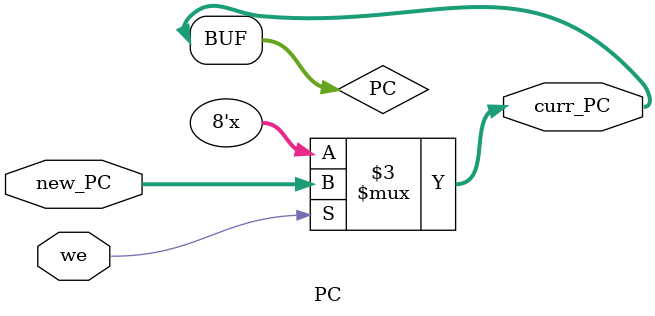
<source format=v>
`timescale 1ns / 1ps

module PC(
	input [7:0] new_PC,
	output[7:0] curr_PC,
	input we
   );
	 
	reg [7:0] PC;
	assign curr_PC = PC;

	always @(new_PC)
	begin
		if(we)
			PC = new_PC;
	end

endmodule

</source>
